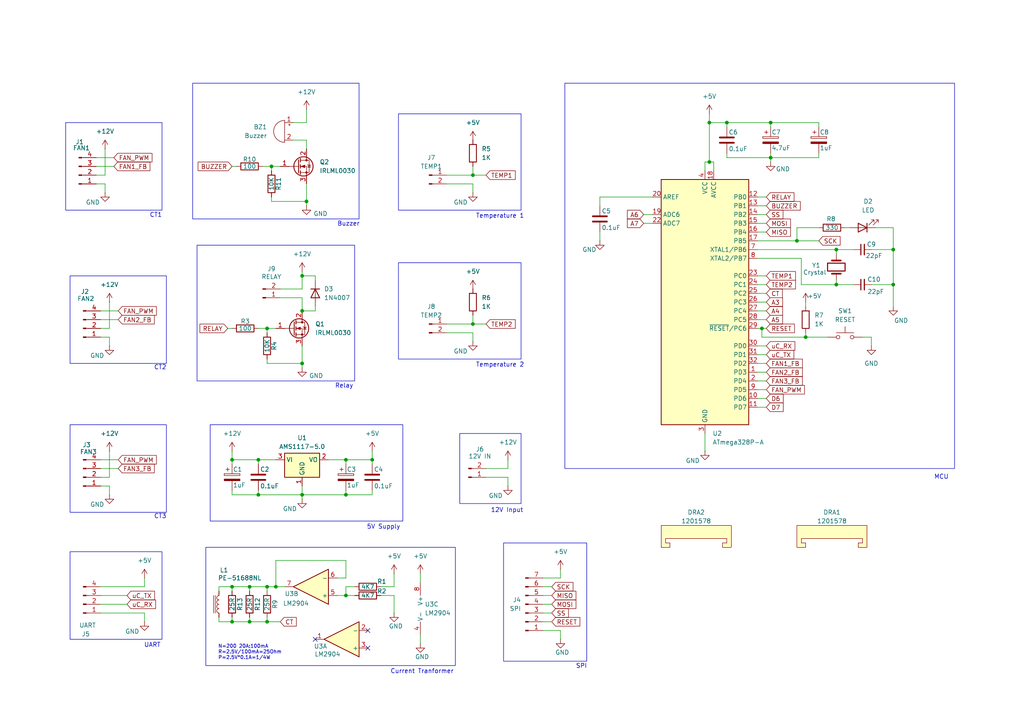
<source format=kicad_sch>
(kicad_sch (version 20231120) (generator "eeschema") (generator_version "8.0")
  (paper "A4")
  (junction (at 100.33 133.35))
  (junction (at 210.82 35.56))
  (junction (at 137.16 50.8))
  (junction (at 259.08 72.39))
  (junction (at 233.68 97.79))
  (junction (at 223.52 35.56))
  (junction (at 78.74 48.26))
  (junction (at 87.63 80.01))
  (junction (at 242.57 82.55))
  (junction (at 74.93 143.51))
  (junction (at 77.47 95.25))
  (junction (at 87.63 105.41))
  (junction (at 67.31 133.35))
  (junction (at 205.74 46.99))
  (junction (at 77.47 180.34))
  (junction (at 72.39 180.34))
  (junction (at 67.31 180.34))
  (junction (at 74.93 133.35))
  (junction (at 72.39 170.18))
  (junction (at 242.57 72.39))
  (junction (at 137.16 93.98))
  (junction (at 205.74 35.56))
  (junction (at 107.95 133.35))
  (junction (at 87.63 90.17))
  (junction (at 220.98 95.25))
  (junction (at 88.9 58.42))
  (junction (at 100.33 143.51))
  (junction (at 100.33 172.72))
  (junction (at 80.01 170.18))
  (junction (at 231.14 69.85))
  (junction (at 87.63 143.51))
  (junction (at 67.31 170.18))
  (junction (at 259.08 82.55))
  (junction (at 77.47 170.18))
  (junction (at 223.52 45.72))
  (no_connect (at 91.44 185.42))
  (no_connect (at 106.68 182.88))
  (no_connect (at 106.68 187.96))
  (wire (pts (xy 231.14 69.85) (xy 219.71 69.85)))
  (wire (pts (xy 85.09 35.56) (xy 88.9 35.56)))
  (wire (pts (xy 81.28 83.82) (xy 87.63 83.82)))
  (wire (pts (xy 29.21 177.8) (xy 41.91 177.8)))
  (wire (pts (xy 210.82 35.56) (xy 210.82 36.83)))
  (wire (pts (xy 88.9 58.42) (xy 88.9 59.69)))
  (wire (pts (xy 67.31 142.24) (xy 67.31 143.51)))
  (wire (pts (xy 72.39 170.18) (xy 72.39 171.45)))
  (wire (pts (xy 237.49 44.45) (xy 237.49 45.72)))
  (wire (pts (xy 78.74 58.42) (xy 88.9 58.42)))
  (wire (pts (xy 29.21 133.35) (xy 34.29 133.35)))
  (wire (pts (xy 29.21 170.18) (xy 41.91 170.18)))
  (wire (pts (xy 223.52 36.83) (xy 223.52 35.56)))
  (wire (pts (xy 74.93 133.35) (xy 74.93 134.62)))
  (wire (pts (xy 87.63 80.01) (xy 87.63 78.74)))
  (wire (pts (xy 72.39 179.07) (xy 72.39 180.34)))
  (wire (pts (xy 88.9 40.64) (xy 88.9 43.18)))
  (wire (pts (xy 147.32 135.89) (xy 147.32 133.35)))
  (wire (pts (xy 219.71 113.03) (xy 222.25 113.03)))
  (wire (pts (xy 121.92 184.15) (xy 121.92 186.69)))
  (wire (pts (xy 252.73 72.39) (xy 259.08 72.39)))
  (wire (pts (xy 219.71 115.57) (xy 222.25 115.57)))
  (wire (pts (xy 30.48 50.8) (xy 27.94 50.8)))
  (wire (pts (xy 77.47 170.18) (xy 80.01 170.18)))
  (wire (pts (xy 88.9 53.34) (xy 88.9 58.42)))
  (wire (pts (xy 110.49 170.18) (xy 114.3 170.18)))
  (wire (pts (xy 129.54 53.34) (xy 137.16 53.34)))
  (wire (pts (xy 242.57 82.55) (xy 242.57 81.28)))
  (wire (pts (xy 173.99 59.69) (xy 173.99 57.15)))
  (wire (pts (xy 31.75 95.25) (xy 29.21 95.25)))
  (wire (pts (xy 223.52 35.56) (xy 210.82 35.56)))
  (wire (pts (xy 78.74 48.26) (xy 78.74 49.53)))
  (wire (pts (xy 205.74 35.56) (xy 205.74 46.99)))
  (wire (pts (xy 137.16 96.52) (xy 137.16 99.06)))
  (wire (pts (xy 29.21 140.97) (xy 31.75 140.97)))
  (wire (pts (xy 97.79 172.72) (xy 100.33 172.72)))
  (wire (pts (xy 219.71 90.17) (xy 222.25 90.17)))
  (wire (pts (xy 259.08 72.39) (xy 259.08 82.55)))
  (wire (pts (xy 129.54 93.98) (xy 137.16 93.98)))
  (wire (pts (xy 259.08 66.04) (xy 259.08 72.39)))
  (wire (pts (xy 30.48 43.18) (xy 30.48 50.8)))
  (wire (pts (xy 77.47 95.25) (xy 80.01 95.25)))
  (wire (pts (xy 63.5 170.18) (xy 67.31 170.18)))
  (wire (pts (xy 67.31 170.18) (xy 67.31 171.45)))
  (wire (pts (xy 78.74 57.15) (xy 78.74 58.42)))
  (wire (pts (xy 67.31 180.34) (xy 72.39 180.34)))
  (wire (pts (xy 237.49 36.83) (xy 237.49 35.56)))
  (wire (pts (xy 219.71 62.23) (xy 222.25 62.23)))
  (wire (pts (xy 29.21 90.17) (xy 34.29 90.17)))
  (wire (pts (xy 29.21 175.26) (xy 36.83 175.26)))
  (wire (pts (xy 173.99 57.15) (xy 189.23 57.15)))
  (wire (pts (xy 242.57 72.39) (xy 242.57 73.66)))
  (wire (pts (xy 100.33 172.72) (xy 102.87 172.72)))
  (wire (pts (xy 219.71 67.31) (xy 222.25 67.31)))
  (wire (pts (xy 91.44 80.01) (xy 87.63 80.01)))
  (wire (pts (xy 129.54 50.8) (xy 137.16 50.8)))
  (wire (pts (xy 31.75 97.79) (xy 31.75 100.33)))
  (wire (pts (xy 87.63 100.33) (xy 87.63 105.41)))
  (wire (pts (xy 205.74 33.02) (xy 205.74 35.56)))
  (wire (pts (xy 63.5 180.34) (xy 67.31 180.34)))
  (wire (pts (xy 114.3 170.18) (xy 114.3 166.37)))
  (wire (pts (xy 233.68 97.79) (xy 240.03 97.79)))
  (wire (pts (xy 74.93 133.35) (xy 67.31 133.35)))
  (wire (pts (xy 114.3 172.72) (xy 114.3 177.8)))
  (wire (pts (xy 254 66.04) (xy 259.08 66.04)))
  (wire (pts (xy 137.16 53.34) (xy 137.16 55.88)))
  (wire (pts (xy 88.9 31.75) (xy 88.9 35.56)))
  (wire (pts (xy 27.94 45.72) (xy 33.02 45.72)))
  (wire (pts (xy 140.97 135.89) (xy 147.32 135.89)))
  (wire (pts (xy 219.71 87.63) (xy 222.25 87.63)))
  (wire (pts (xy 204.47 46.99) (xy 205.74 46.99)))
  (wire (pts (xy 100.33 133.35) (xy 100.33 134.62)))
  (wire (pts (xy 210.82 45.72) (xy 223.52 45.72)))
  (wire (pts (xy 220.98 97.79) (xy 220.98 95.25)))
  (wire (pts (xy 219.71 74.93) (xy 232.41 74.93)))
  (wire (pts (xy 157.48 177.8) (xy 160.02 177.8)))
  (wire (pts (xy 233.68 87.63) (xy 233.68 88.9)))
  (wire (pts (xy 232.41 82.55) (xy 242.57 82.55)))
  (wire (pts (xy 219.71 59.69) (xy 222.25 59.69)))
  (wire (pts (xy 147.32 138.43) (xy 147.32 140.97)))
  (wire (pts (xy 72.39 180.34) (xy 77.47 180.34)))
  (wire (pts (xy 31.75 138.43) (xy 29.21 138.43)))
  (wire (pts (xy 231.14 69.85) (xy 237.49 69.85)))
  (wire (pts (xy 233.68 97.79) (xy 220.98 97.79)))
  (wire (pts (xy 205.74 35.56) (xy 210.82 35.56)))
  (wire (pts (xy 100.33 167.64) (xy 100.33 162.56)))
  (wire (pts (xy 29.21 92.71) (xy 34.29 92.71)))
  (wire (pts (xy 77.47 95.25) (xy 77.47 96.52)))
  (wire (pts (xy 219.71 102.87) (xy 222.25 102.87)))
  (wire (pts (xy 157.48 167.64) (xy 162.56 167.64)))
  (wire (pts (xy 223.52 45.72) (xy 237.49 45.72)))
  (wire (pts (xy 219.71 118.11) (xy 222.25 118.11)))
  (wire (pts (xy 100.33 162.56) (xy 80.01 162.56)))
  (wire (pts (xy 80.01 170.18) (xy 82.55 170.18)))
  (wire (pts (xy 157.48 172.72) (xy 160.02 172.72)))
  (wire (pts (xy 78.74 48.26) (xy 81.28 48.26)))
  (wire (pts (xy 223.52 44.45) (xy 223.52 45.72)))
  (wire (pts (xy 162.56 167.64) (xy 162.56 165.1)))
  (wire (pts (xy 29.21 172.72) (xy 36.83 172.72)))
  (wire (pts (xy 87.63 140.97) (xy 87.63 143.51)))
  (wire (pts (xy 77.47 180.34) (xy 81.28 180.34)))
  (wire (pts (xy 219.71 85.09) (xy 222.25 85.09)))
  (wire (pts (xy 80.01 162.56) (xy 80.01 170.18)))
  (wire (pts (xy 219.71 82.55) (xy 222.25 82.55)))
  (wire (pts (xy 97.79 167.64) (xy 100.33 167.64)))
  (wire (pts (xy 67.31 133.35) (xy 67.31 134.62)))
  (wire (pts (xy 157.48 175.26) (xy 160.02 175.26)))
  (wire (pts (xy 204.47 125.73) (xy 204.47 130.81)))
  (wire (pts (xy 63.5 170.18) (xy 63.5 171.45)))
  (wire (pts (xy 67.31 179.07) (xy 67.31 180.34)))
  (wire (pts (xy 140.97 138.43) (xy 147.32 138.43)))
  (wire (pts (xy 157.48 170.18) (xy 160.02 170.18)))
  (wire (pts (xy 252.73 97.79) (xy 252.73 100.33)))
  (wire (pts (xy 91.44 90.17) (xy 87.63 90.17)))
  (wire (pts (xy 87.63 83.82) (xy 87.63 80.01)))
  (wire (pts (xy 219.71 57.15) (xy 222.25 57.15)))
  (wire (pts (xy 81.28 86.36) (xy 87.63 86.36)))
  (wire (pts (xy 77.47 104.14) (xy 77.47 105.41)))
  (wire (pts (xy 74.93 143.51) (xy 87.63 143.51)))
  (wire (pts (xy 67.31 143.51) (xy 74.93 143.51)))
  (wire (pts (xy 210.82 44.45) (xy 210.82 45.72)))
  (wire (pts (xy 107.95 130.81) (xy 107.95 133.35)))
  (wire (pts (xy 137.16 93.98) (xy 137.16 91.44)))
  (wire (pts (xy 107.95 143.51) (xy 100.33 143.51)))
  (wire (pts (xy 87.63 105.41) (xy 87.63 106.68)))
  (wire (pts (xy 77.47 179.07) (xy 77.47 180.34)))
  (wire (pts (xy 76.2 48.26) (xy 78.74 48.26)))
  (wire (pts (xy 252.73 82.55) (xy 259.08 82.55)))
  (wire (pts (xy 41.91 177.8) (xy 41.91 180.34)))
  (wire (pts (xy 74.93 95.25) (xy 77.47 95.25)))
  (wire (pts (xy 219.71 72.39) (xy 242.57 72.39)))
  (wire (pts (xy 31.75 130.81) (xy 31.75 138.43)))
  (wire (pts (xy 157.48 180.34) (xy 160.02 180.34)))
  (wire (pts (xy 137.16 93.98) (xy 140.97 93.98)))
  (wire (pts (xy 219.71 64.77) (xy 222.25 64.77)))
  (wire (pts (xy 29.21 135.89) (xy 34.29 135.89)))
  (wire (pts (xy 63.5 179.07) (xy 63.5 180.34)))
  (wire (pts (xy 110.49 172.72) (xy 114.3 172.72)))
  (wire (pts (xy 72.39 170.18) (xy 77.47 170.18)))
  (wire (pts (xy 30.48 53.34) (xy 30.48 55.88)))
  (wire (pts (xy 137.16 50.8) (xy 137.16 48.26)))
  (wire (pts (xy 107.95 133.35) (xy 107.95 134.62)))
  (wire (pts (xy 162.56 182.88) (xy 162.56 185.42)))
  (wire (pts (xy 219.71 92.71) (xy 222.25 92.71)))
  (wire (pts (xy 27.94 48.26) (xy 33.02 48.26)))
  (wire (pts (xy 29.21 97.79) (xy 31.75 97.79)))
  (wire (pts (xy 31.75 87.63) (xy 31.75 95.25)))
  (wire (pts (xy 205.74 46.99) (xy 207.01 46.99)))
  (wire (pts (xy 41.91 167.64) (xy 41.91 170.18)))
  (wire (pts (xy 100.33 142.24) (xy 100.33 143.51)))
  (wire (pts (xy 66.04 95.25) (xy 67.31 95.25)))
  (wire (pts (xy 129.54 96.52) (xy 137.16 96.52)))
  (wire (pts (xy 87.63 86.36) (xy 87.63 90.17)))
  (wire (pts (xy 231.14 66.04) (xy 237.49 66.04)))
  (wire (pts (xy 219.71 105.41) (xy 222.25 105.41)))
  (wire (pts (xy 100.33 170.18) (xy 100.33 172.72)))
  (wire (pts (xy 67.31 133.35) (xy 67.31 130.81)))
  (wire (pts (xy 204.47 49.53) (xy 204.47 46.99)))
  (wire (pts (xy 80.01 133.35) (xy 74.93 133.35)))
  (wire (pts (xy 67.31 48.26) (xy 68.58 48.26)))
  (wire (pts (xy 95.25 133.35) (xy 100.33 133.35)))
  (wire (pts (xy 27.94 53.34) (xy 30.48 53.34)))
  (wire (pts (xy 223.52 45.72) (xy 223.52 46.99)))
  (wire (pts (xy 231.14 66.04) (xy 231.14 69.85)))
  (wire (pts (xy 102.87 170.18) (xy 100.33 170.18)))
  (wire (pts (xy 219.71 100.33) (xy 222.25 100.33)))
  (wire (pts (xy 186.69 64.77) (xy 189.23 64.77)))
  (wire (pts (xy 67.31 170.18) (xy 72.39 170.18)))
  (wire (pts (xy 186.69 62.23) (xy 189.23 62.23)))
  (wire (pts (xy 219.71 95.25) (xy 220.98 95.25)))
  (wire (pts (xy 157.48 182.88) (xy 162.56 182.88)))
  (wire (pts (xy 220.98 95.25) (xy 222.25 95.25)))
  (wire (pts (xy 91.44 81.28) (xy 91.44 80.01)))
  (wire (pts (xy 121.92 166.37) (xy 121.92 168.91)))
  (wire (pts (xy 100.33 143.51) (xy 87.63 143.51)))
  (wire (pts (xy 245.11 66.04) (xy 246.38 66.04)))
  (wire (pts (xy 31.75 140.97) (xy 31.75 143.51)))
  (wire (pts (xy 219.71 80.01) (xy 222.25 80.01)))
  (wire (pts (xy 137.16 50.8) (xy 140.97 50.8)))
  (wire (pts (xy 242.57 82.55) (xy 247.65 82.55)))
  (wire (pts (xy 87.63 143.51) (xy 87.63 144.78)))
  (wire (pts (xy 242.57 72.39) (xy 247.65 72.39)))
  (wire (pts (xy 232.41 74.93) (xy 232.41 82.55)))
  (wire (pts (xy 91.44 88.9) (xy 91.44 90.17)))
  (wire (pts (xy 233.68 96.52) (xy 233.68 97.79)))
  (wire (pts (xy 259.08 82.55) (xy 259.08 88.9)))
  (wire (pts (xy 207.01 46.99) (xy 207.01 49.53)))
  (wire (pts (xy 250.19 97.79) (xy 252.73 97.79)))
  (wire (pts (xy 219.71 107.95) (xy 222.25 107.95)))
  (wire (pts (xy 74.93 142.24) (xy 74.93 143.51)))
  (wire (pts (xy 237.49 35.56) (xy 223.52 35.56)))
  (wire (pts (xy 219.71 110.49) (xy 222.25 110.49)))
  (wire (pts (xy 107.95 142.24) (xy 107.95 143.51)))
  (wire (pts (xy 77.47 105.41) (xy 87.63 105.41)))
  (wire (pts (xy 100.33 133.35) (xy 107.95 133.35)))
  (wire (pts (xy 77.47 170.18) (xy 77.47 171.45)))
  (wire (pts (xy 85.09 40.64) (xy 88.9 40.64)))
  (wire (pts (xy 173.99 67.31) (xy 173.99 69.85)))
  (rectangle (start 60.96 123.19) (end 116.84 151.13))
  (rectangle (start 133.35 125.73) (end 151.13 146.05))
  (rectangle (start 146.05 157.48) (end 170.18 191.77))
  (rectangle (start 20.32 160.02) (end 46.99 185.42))
  (rectangle (start 19.05 35.56) (end 46.99 60.96))
  (rectangle (start 55.88 24.13) (end 104.14 63.5))
  (rectangle (start 20.32 123.19) (end 48.26 148.59))
  (rectangle (start 59.69 158.75) (end 132.08 193.04))
  (rectangle (start 57.15 71.12) (end 102.87 110.49))
  (rectangle (start 20.32 80.01) (end 48.26 105.41))
  (rectangle (start 115.57 33.02) (end 151.13 60.96))
  (rectangle (start 115.57 76.2) (end 151.13 104.14))
  (rectangle (start 163.83 24.13) (end 276.86 135.89))
  (text "CT2" (at 46.482 106.68 0) (effects (font (size 1.27 1.27))))
  (text "Current Tranformer" (at 122.428 194.818 0) (effects (font (size 1.27 1.27))))
  (text "Temperature 1" (at 145.034 62.738 0) (effects (font (size 1.27 1.27))))
  (text "12V Input" (at 147.066 148.082 0) (effects (font (size 1.27 1.27))))
  (text "CT3" (at 46.482 149.86 0) (effects (font (size 1.27 1.27))))
  (text "Buzzer" (at 101.092 65.024 0) (effects (font (size 1.27 1.27))))
  (text "UART" (at 44.196 187.198 0) (effects (font (size 1.27 1.27))))
  (text "CT1" (at 45.212 62.484 0) (effects (font (size 1.27 1.27))))
  (text "Relay" (at 99.822 112.014 0) (effects (font (size 1.27 1.27))))
  (text "N=200 20A:100mA\nR=2.5V/100mA=25Ohm\nP=2.5V*0.1A=1/4W" (at 63.246 189.23 0) (effects (font (size 1.016 1.016)) (justify left)))
  (text "Temperature 2" (at 145.034 105.918 0) (effects (font (size 1.27 1.27))))
  (text "5V Supply" (at 111.252 152.908 0) (effects (font (size 1.27 1.27))))
  (text "SPI" (at 168.656 193.294 0) (effects (font (size 1.27 1.27))))
  (text "MCU" (at 273.05 138.43 0) (effects (font (size 1.27 1.27))))
  (global_label "MOSI" (shape input) (at 222.25 64.77 0) (property "Intersheetrefs" "${INTERSHEET_REFS}" (effects (hide yes))))
  (global_label "CT" (shape input) (at 81.28 180.34 0) (property "Intersheetrefs" "${INTERSHEET_REFS}" (effects (hide yes))))
  (global_label "A5" (shape input) (at 222.25 92.71 0) (property "Intersheetrefs" "${INTERSHEET_REFS}" (effects (hide yes))))
  (global_label "BUZZER" (shape input) (at 67.31 48.26 180) (property "Intersheetrefs" "${INTERSHEET_REFS}" (effects (hide yes))))
  (global_label "CT" (shape input) (at 222.25 85.09 0) (property "Intersheetrefs" "${INTERSHEET_REFS}" (effects (hide yes))))
  (global_label "SCK" (shape input) (at 160.02 170.18 0) (property "Intersheetrefs" "${INTERSHEET_REFS}" (effects (hide yes))))
  (global_label "A4" (shape input) (at 222.25 90.17 0) (property "Intersheetrefs" "${INTERSHEET_REFS}" (effects (hide yes))))
  (global_label "FAN_PWM" (shape input) (at 34.29 90.17 0) (property "Intersheetrefs" "${INTERSHEET_REFS}" (effects (hide yes))))
  (global_label "uC_TX" (shape input) (at 222.25 102.87 0) (property "Intersheetrefs" "${INTERSHEET_REFS}" (effects (hide yes))))
  (global_label "D7" (shape input) (at 222.25 118.11 0) (property "Intersheetrefs" "${INTERSHEET_REFS}" (effects (hide yes))))
  (global_label "MISO" (shape input) (at 222.25 67.31 0) (property "Intersheetrefs" "${INTERSHEET_REFS}" (effects (hide yes))))
  (global_label "SS" (shape input) (at 160.02 177.8 0) (property "Intersheetrefs" "${INTERSHEET_REFS}" (effects (hide yes))))
  (global_label "RELAY" (shape input) (at 222.25 57.15 0) (property "Intersheetrefs" "${INTERSHEET_REFS}" (effects (hide yes))))
  (global_label "BUZZER" (shape input) (at 222.25 59.69 0) (property "Intersheetrefs" "${INTERSHEET_REFS}" (effects (hide yes))))
  (global_label "FAN3_FB" (shape input) (at 34.29 135.89 0) (property "Intersheetrefs" "${INTERSHEET_REFS}" (effects (hide yes))))
  (global_label "RELAY" (shape input) (at 66.04 95.25 180) (property "Intersheetrefs" "${INTERSHEET_REFS}" (effects (hide yes))))
  (global_label "FAN2_FB" (shape input) (at 222.25 107.95 0) (property "Intersheetrefs" "${INTERSHEET_REFS}" (effects (hide yes))))
  (global_label "FAN_PWM" (shape input) (at 222.25 113.03 0) (property "Intersheetrefs" "${INTERSHEET_REFS}" (effects (hide yes))))
  (global_label "RESET" (shape input) (at 222.25 95.25 0) (property "Intersheetrefs" "${INTERSHEET_REFS}" (effects (hide yes))))
  (global_label "FAN1_FB" (shape input) (at 33.02 48.26 0) (property "Intersheetrefs" "${INTERSHEET_REFS}" (effects (hide yes))))
  (global_label "TEMP1" (shape input) (at 222.25 80.01 0) (property "Intersheetrefs" "${INTERSHEET_REFS}" (effects (hide yes))))
  (global_label "FAN2_FB" (shape input) (at 34.29 92.71 0) (property "Intersheetrefs" "${INTERSHEET_REFS}" (effects (hide yes))))
  (global_label "A3" (shape input) (at 222.25 87.63 0) (property "Intersheetrefs" "${INTERSHEET_REFS}" (effects (hide yes))))
  (global_label "TEMP2" (shape input) (at 222.25 82.55 0) (property "Intersheetrefs" "${INTERSHEET_REFS}" (effects (hide yes))))
  (global_label "TEMP1" (shape input) (at 140.97 50.8 0) (property "Intersheetrefs" "${INTERSHEET_REFS}" (effects (hide yes))))
  (global_label "FAN_PWM" (shape input) (at 34.29 133.35 0) (property "Intersheetrefs" "${INTERSHEET_REFS}" (effects (hide yes))))
  (global_label "SCK" (shape input) (at 237.49 69.85 0) (property "Intersheetrefs" "${INTERSHEET_REFS}" (effects (hide yes))))
  (global_label "A7" (shape input) (at 186.69 64.77 180) (property "Intersheetrefs" "${INTERSHEET_REFS}" (effects (hide yes))))
  (global_label "FAN3_FB" (shape input) (at 222.25 110.49 0) (property "Intersheetrefs" "${INTERSHEET_REFS}" (effects (hide yes))))
  (global_label "MISO" (shape input) (at 160.02 172.72 0) (property "Intersheetrefs" "${INTERSHEET_REFS}" (effects (hide yes))))
  (global_label "uC_RX" (shape input) (at 222.25 100.33 0) (property "Intersheetrefs" "${INTERSHEET_REFS}" (effects (hide yes))))
  (global_label "FAN_PWM" (shape input) (at 33.02 45.72 0) (property "Intersheetrefs" "${INTERSHEET_REFS}" (effects (hide yes))))
  (global_label "A6" (shape input) (at 186.69 62.23 180) (property "Intersheetrefs" "${INTERSHEET_REFS}" (effects (hide yes))))
  (global_label "SS" (shape input) (at 222.25 62.23 0) (property "Intersheetrefs" "${INTERSHEET_REFS}" (effects (hide yes))))
  (global_label "FAN1_FB" (shape input) (at 222.25 105.41 0) (property "Intersheetrefs" "${INTERSHEET_REFS}" (effects (hide yes))))
  (global_label "MOSI" (shape input) (at 160.02 175.26 0) (property "Intersheetrefs" "${INTERSHEET_REFS}" (effects (hide yes))))
  (global_label "TEMP2" (shape input) (at 140.97 93.98 0) (property "Intersheetrefs" "${INTERSHEET_REFS}" (effects (hide yes))))
  (global_label "D6" (shape input) (at 222.25 115.57 0) (property "Intersheetrefs" "${INTERSHEET_REFS}" (effects (hide yes))))
  (global_label "RESET" (shape input) (at 160.02 180.34 0) (property "Intersheetrefs" "${INTERSHEET_REFS}" (effects (hide yes))))
  (global_label "uC_RX" (shape input) (at 36.83 175.26 0) (property "Intersheetrefs" "${INTERSHEET_REFS}" (effects (hide yes))))
  (global_label "uC_TX" (shape input) (at 36.83 172.72 0) (property "Intersheetrefs" "${INTERSHEET_REFS}" (effects (hide yes))))
  (symbol (lib_id "power:GND") (at 252.73 100.33 0) (unit 1)
    (property "Reference" "#PWR027" (effects (hide yes)))
    (property "Value" "GND" (at 252.73 105.41 0))
    (property "Description" "Power symbol creates a global label with name \"GND\" , ground" (effects (hide yes)))
  )
  (symbol (lib_id "power:+5V") (at 137.16 40.64 0) (unit 1)
    (property "Reference" "#PWR016" (effects (hide yes)))
    (property "Value" "+5V" (at 137.16 35.56 0))
    (property "Description" "Power symbol creates a global label with name \"+5V\"" (effects (hide yes)))
  )
  (symbol (lib_id "power:+12V") (at 67.31 130.81 0) (unit 1)
    (property "Reference" "#PWR07" (effects (hide yes)))
    (property "Value" "+12V" (at 67.31 125.73 0))
    (property "Description" "Power symbol creates a global label with name \"+12V\"" (effects (hide yes)))
  )
  (symbol (lib_id "Mechanical:DIN_Rail_Adapter") (at 201.93 154.94 0) (unit 1) (exclude_from_sim yes)
    (property "Reference" "DRA2" (at 201.93 148.59 0))
    (property "Value" "1201578" (at 201.93 151.13 0))
    (property "Footprint" "MountingEquipment:DINRailAdapter_3xM3_PhoenixContact_1201578" (effects (hide yes)))
    (property "Description" "DIN Rail adapter universal, mounting holes without connection" (effects (hide yes)))
    (property "LCSC Part #" "C3019632" (effects (hide yes)))
    (property "Manufacturer" "Phoenix Contact" (effects (hide yes)))
    (property "Mfg PN" "1201578" (effects (hide yes)))
  )
  (symbol (lib_id "Device:C_Small") (at 250.19 82.55 90) (unit 1)
    (property "Reference" "C10" (at 253.492 81.026 90))
    (property "Value" "22pF" (at 254 84.582 90))
    (property "Footprint" "Capacitor_SMD:C_0603_1608Metric_Pad1.08x0.95mm_HandSolder" (effects (hide yes)))
    (property "Description" "Unpolarized capacitor, small symbol" (effects (hide yes)))
    (property "Manufacturer" "YAGEO" (effects (hide yes)))
    (property "Mfg PN" "CC0603JRNPO9BN220" (effects (hide yes)))
    (property "LCSC Part #" "C105620" (effects (hide yes)))
  )
  (symbol (lib_id "power:+12V") (at 88.9 31.75 0) (unit 1)
    (property "Reference" "#PWR032" (effects (hide yes)))
    (property "Value" "+12V" (at 88.9 26.67 0))
    (property "Description" "Power symbol creates a global label with name \"+12V\"" (effects (hide yes)))
  )
  (symbol (lib_id "Device:C_Polarized") (at 100.33 138.43 0) (unit 1)
    (property "Reference" "C3" (at 100.584 136.144 0) (effects (justify left)))
    (property "Value" "1uF" (at 100.584 140.716 0) (effects (justify left)))
    (property "Footprint" "Capacitor_SMD:C_0603_1608Metric_Pad1.08x0.95mm_HandSolder" (effects (hide yes)))
    (property "Description" "Polarized capacitor" (effects (hide yes)))
    (property "Manufacturer" "YAGEO" (effects (hide yes)))
    (property "Mfg PN" "CC0603KRX5R8BB105" (effects (hide yes)))
    (property "LCSC Part #" "C14664" (effects (hide yes)))
  )
  (symbol (lib_id "Device:C_Polarized") (at 237.49 40.64 0) (unit 1)
    (property "Reference" "C8" (at 237.744 38.354 0) (effects (justify left)))
    (property "Value" "1uF" (at 237.744 42.926 0) (effects (justify left)))
    (property "Footprint" "Capacitor_SMD:C_0603_1608Metric_Pad1.08x0.95mm_HandSolder" (effects (hide yes)))
    (property "Description" "Polarized capacitor" (effects (hide yes)))
    (property "Manufacturer" "YAGEO" (effects (hide yes)))
    (property "Mfg PN" "CC0603KRX5R8BB105" (effects (hide yes)))
    (property "LCSC Part #" "C14664" (effects (hide yes)))
  )
  (symbol (lib_id "power:+12V") (at 31.75 87.63 0) (unit 1)
    (property "Reference" "#PWR03" (effects (hide yes)))
    (property "Value" "+12V" (at 31.75 82.55 0))
    (property "Description" "Power symbol creates a global label with name \"+12V\"" (effects (hide yes)))
  )
  (symbol (lib_id "MCU_Microchip_ATmega:ATmega328P-A") (at 204.47 87.63 0) (unit 1)
    (property "Reference" "U2" (at 206.6641 125.73 0) (effects (justify left)))
    (property "Value" "ATmega328P-A" (at 206.6641 128.27 0) (effects (justify left)))
    (property "Footprint" "Package_QFP:TQFP-32_7x7mm_P0.8mm" (effects (hide yes)))
    (property "Datasheet" "http://ww1.microchip.com/downloads/en/DeviceDoc/ATmega328_P%20AVR%20MCU%20with%20picoPower%20Technology%20Data%20Sheet%2040001984A.pdf" (effects (hide yes)))
    (property "Description" "20MHz, 32kB Flash, 2kB SRAM, 1kB EEPROM, TQFP-32" (effects (hide yes)))
    (property "Manufacturer" " Microchip Tech" (effects (hide yes)))
    (property "Mfg PN" "ATmega328P-A" (effects (hide yes)))
    (property "LCSC Part #" "C14877" (effects (hide yes)))
  )
  (symbol (lib_id "Connector:Conn_01x02_Pin") (at 76.2 86.36 0) (mirror x) (unit 1)
    (property "Reference" "J9" (at 78.74 77.978 0))
    (property "Value" "RELAY" (at 78.74 80.264 0))
    (property "Footprint" "TerminalBlock_RND:TerminalBlock_RND_205-00232_1x02_P5.08mm_Horizontal" (effects (hide yes)))
    (property "Description" "Generic connector, single row, 01x02, script generated" (effects (hide yes)))
    (property "Manufacturer" " Ningbo Kangnex Elec" (effects (hide yes)))
    (property "Mfg PN" " WJ500V-5.08-2P" (effects (hide yes)))
    (property "LCSC Part #" " C8465" (effects (hide yes)))
  )
  (symbol (lib_id "Connector:Conn_01x04_Pin") (at 24.13 175.26 0) (mirror x) (unit 1)
    (property "Reference" "J5" (at 24.892 183.896 0))
    (property "Value" "UART" (at 25.4 181.356 0))
    (property "Footprint" "Connector_PinHeader_2.54mm:PinHeader_1x04_P2.54mm_Vertical" (effects (hide yes)))
    (property "Description" "Generic connector, single row, 01x04, script generated" (effects (hide yes)))
    (property "LCSC Part #" "DNP" (effects (hide yes)))
  )
  (symbol (lib_id "Connector:Conn_01x04_Pin") (at 24.13 95.25 0) (mirror x) (unit 1)
    (property "Reference" "J2" (at 24.638 84.582 0))
    (property "Value" "FAN2" (at 24.892 86.614 0))
    (property "Footprint" "Connector_Molex:Molex_KK-254_AE-6410-04A_1x04_P2.54mm_Vertical" (effects (hide yes)))
    (property "Description" "Generic connector, single row, 01x04, script generated" (effects (hide yes)))
    (property "Manufacturer" "chxunda " (effects (hide yes)))
    (property "Mfg PN" "XD-2510-4A" (effects (hide yes)))
    (property "LCSC Part #" "C17700994 " (effects (hide yes)))
  )
  (symbol (lib_id "power:GND") (at 204.47 130.81 0) (unit 1)
    (property "Reference" "#PWR023" (effects (hide yes)))
    (property "Value" "GND" (at 200.914 133.604 0))
    (property "Description" "Power symbol creates a global label with name \"GND\" , ground" (effects (hide yes)))
  )
  (symbol (lib_id "power:GND") (at 31.75 143.51 0) (unit 1)
    (property "Reference" "#PWR06" (effects (hide yes)))
    (property "Value" "GND" (at 28.194 146.304 0))
    (property "Description" "Power symbol creates a global label with name \"GND\" , ground" (effects (hide yes)))
  )
  (symbol (lib_id "power:+5V") (at 233.68 87.63 0) (unit 1)
    (property "Reference" "#PWR026" (effects (hide yes)))
    (property "Value" "+5V" (at 236.22 85.852 0))
    (property "Description" "Power symbol creates a global label with name \"+5V\"" (effects (hide yes)))
  )
  (symbol (lib_id "power:GND") (at 87.63 106.68 0) (unit 1)
    (property "Reference" "#PWR021" (effects (hide yes)))
    (property "Value" "GND" (at 91.694 108.966 0))
    (property "Description" "Power symbol creates a global label with name \"GND\" , ground" (effects (hide yes)))
  )
  (symbol (lib_id "Device:Buzzer") (at 82.55 38.1 0) (mirror y) (unit 1)
    (property "Reference" "BZ1" (at 77.47 36.8299 0) (effects (justify left)))
    (property "Value" "Buzzer" (at 77.47 39.3699 0) (effects (justify left)))
    (property "Footprint" "Buzzer_Beeper:Buzzer_12x9.5RM7.6" (effects (hide yes)))
    (property "Description" "Buzzer, polarized" (effects (hide yes)))
    (property "LCSC Part #" "DNP" (effects (hide yes)))
    (property "Manufacturer" "Jiangsu Huaneng Elec" (effects (hide yes)))
    (property "Mfg PN" "TMB12A12" (effects (hide yes)))
  )
  (symbol (lib_id "Device:L_Iron") (at 63.5 175.26 180) (unit 1)
    (property "Reference" "L1" (at 63.754 165.354 0) (effects (justify right)))
    (property "Value" "PE-51688NL" (at 63.246 167.64 0) (effects (justify right)))
    (property "Footprint" "CurrentTransformer:PE51688NL" (effects (hide yes)))
    (property "Description" "Inductor with iron core" (effects (hide yes)))
    (property "LCSC Part #" "C5718373" (effects (hide yes)))
    (property "Manufacturer" "Pulse Elec" (effects (hide yes)))
    (property "Mfg PN" "PE-51688NL " (effects (hide yes)))
  )
  (symbol (lib_id "Device:R") (at 67.31 175.26 180) (unit 1)
    (property "Reference" "R13" (at 69.596 175.26 90))
    (property "Value" "25R" (at 67.31 175.26 90))
    (property "Footprint" "Resistor_SMD:R_0603_1608Metric_Pad0.98x0.95mm_HandSolder" (effects (hide yes)))
    (property "Description" "Resistor" (effects (hide yes)))
    (property "Manufacturer" "YAGEO" (effects (hide yes)))
    (property "Mfg PN" "RC0603FR-074K7L" (effects (hide yes)))
    (property "LCSC Part #" "C99782" (effects (hide yes)))
  )
  (symbol (lib_id "power:+5V") (at 107.95 130.81 0) (unit 1)
    (property "Reference" "#PWR09" (effects (hide yes)))
    (property "Value" "+5V" (at 107.95 125.73 0))
    (property "Description" "Power symbol creates a global label with name \"+5V\"" (effects (hide yes)))
  )
  (symbol (lib_id "Device:R") (at 71.12 95.25 90) (unit 1)
    (property "Reference" "R3" (at 71.12 93.218 90))
    (property "Value" "100" (at 71.12 95.25 90))
    (property "Footprint" "Resistor_SMD:R_0603_1608Metric_Pad0.98x0.95mm_HandSolder" (effects (hide yes)))
    (property "Description" "Resistor" (effects (hide yes)))
    (property "Manufacturer" "YAGEO" (effects (hide yes)))
    (property "Mfg PN" "RC0603FR-07100RL" (effects (hide yes)))
    (property "LCSC Part #" "C105588" (effects (hide yes)))
  )
  (symbol (lib_id "Amplifier_Operational:LM2904") (at 124.46 176.53 0) (unit 3)
    (property "Reference" "U3" (at 123.19 175.2599 0) (effects (justify left)))
    (property "Value" "LM2904" (at 123.19 177.7999 0) (effects (justify left)))
    (property "Footprint" "Package_SO:SO-8_3.9x4.9mm_P1.27mm" (effects (hide yes)))
    (property "Datasheet" "http://www.ti.com/lit/ds/symlink/lm358.pdf" (effects (hide yes)))
    (property "Description" "Dual Operational Amplifiers, DIP-8/SOIC-8/TSSOP-8/VSSOP-8" (effects (hide yes)))
    (property "LCSC Part #" "C105411" (effects (hide yes)))
    (property "Manufacturer" "STMicroelectronics" (effects (hide yes)))
    (property "Mfg PN" "LM2904DT" (effects (hide yes)))
  )
  (symbol (lib_id "Device:R") (at 241.3 66.04 90) (unit 1)
    (property "Reference" "R8" (at 241.046 63.5 90))
    (property "Value" "330" (at 241.3 66.04 90))
    (property "Footprint" "Resistor_SMD:R_0603_1608Metric_Pad0.98x0.95mm_HandSolder" (effects (hide yes)))
    (property "Description" "Resistor" (effects (hide yes)))
    (property "Manufacturer" "YAGEO" (effects (hide yes)))
    (property "Mfg PN" "RC0603FR-07330RL" (effects (hide yes)))
    (property "LCSC Part #" "C105881" (effects (hide yes)))
  )
  (symbol (lib_id "Amplifier_Operational:LM2904") (at 90.17 170.18 180) (unit 2)
    (property "Reference" "U3" (at 84.582 172.212 0))
    (property "Value" "LM2904" (at 85.852 175.006 0))
    (property "Footprint" "Package_SO:SO-8_3.9x4.9mm_P1.27mm" (effects (hide yes)))
    (property "Datasheet" "http://www.ti.com/lit/ds/symlink/lm358.pdf" (effects (hide yes)))
    (property "Description" "Dual Operational Amplifiers, DIP-8/SOIC-8/TSSOP-8/VSSOP-8" (effects (hide yes)))
    (property "LCSC Part #" "C105411" (effects (hide yes)))
    (property "Manufacturer" "STMicroelectronics" (effects (hide yes)))
    (property "Mfg PN" "LM2904DT" (effects (hide yes)))
  )
  (symbol (lib_id "Device:LED") (at 250.19 66.04 180) (unit 1)
    (property "Reference" "D2" (at 251.7775 58.42 0))
    (property "Value" "LED" (at 251.7775 60.96 0))
    (property "Footprint" "LED_SMD:LED_0603_1608Metric_Pad1.05x0.95mm_HandSolder" (effects (hide yes)))
    (property "Description" "Light emitting diode" (effects (hide yes)))
    (property "Manufacturer" "Lite_On" (effects (hide yes)))
    (property "Mfg PN" "LTST-C190GKT" (effects (hide yes)))
    (property "LCSC Part #" "C125093" (effects (hide yes)))
  )
  (symbol (lib_id "power:+12V") (at 147.32 133.35 0) (unit 1)
    (property "Reference" "#PWR010" (effects (hide yes)))
    (property "Value" "+12V" (at 147.32 128.27 0))
    (property "Description" "Power symbol creates a global label with name \"+12V\"" (effects (hide yes)))
  )
  (symbol (lib_id "Device:C") (at 74.93 138.43 0) (unit 1)
    (property "Reference" "C2" (at 75.438 136.144 0) (effects (justify left)))
    (property "Value" "0.1uF" (at 75.438 140.97 0) (effects (justify left)))
    (property "Footprint" "Capacitor_SMD:C_0603_1608Metric_Pad1.08x0.95mm_HandSolder" (effects (hide yes)))
    (property "Description" "Unpolarized capacitor" (effects (hide yes)))
    (property "Manufacturer" "YAGEO" (effects (hide yes)))
    (property "Mfg PN" "CC0603KRX7R8BB104" (effects (hide yes)))
    (property "LCSC Part #" "C92490" (effects (hide yes)))
  )
  (symbol (lib_id "power:GND") (at 137.16 99.06 0) (unit 1)
    (property "Reference" "#PWR019" (effects (hide yes)))
    (property "Value" "GND" (at 133.604 101.854 0))
    (property "Description" "Power symbol creates a global label with name \"GND\" , ground" (effects (hide yes)))
  )
  (symbol (lib_id "power:GND") (at 137.16 55.88 0) (unit 1)
    (property "Reference" "#PWR017" (effects (hide yes)))
    (property "Value" "GND" (at 133.604 58.674 0))
    (property "Description" "Power symbol creates a global label with name \"GND\" , ground" (effects (hide yes)))
  )
  (symbol (lib_id "power:+12V") (at 30.48 43.18 0) (unit 1)
    (property "Reference" "#PWR01" (effects (hide yes)))
    (property "Value" "+12V" (at 30.48 38.1 0))
    (property "Description" "Power symbol creates a global label with name \"+12V\"" (effects (hide yes)))
  )
  (symbol (lib_id "Device:R") (at 106.68 170.18 90) (unit 1)
    (property "Reference" "R1" (at 110.744 168.656 90))
    (property "Value" "4K7" (at 106.68 170.18 90))
    (property "Footprint" "Resistor_SMD:R_0603_1608Metric_Pad0.98x0.95mm_HandSolder" (effects (hide yes)))
    (property "Description" "Resistor" (effects (hide yes)))
    (property "Manufacturer" "YAGEO" (effects (hide yes)))
    (property "Mfg PN" "RC0603FR-074K7L" (effects (hide yes)))
    (property "LCSC Part #" "C99782" (effects (hide yes)))
  )
  (symbol (lib_id "Connector:Conn_01x04_Pin") (at 24.13 138.43 0) (mirror x) (unit 1)
    (property "Reference" "J3" (at 25.146 129.032 0))
    (property "Value" "FAN3" (at 25.654 131.064 0))
    (property "Footprint" "Connector_Molex:Molex_KK-254_AE-6410-04A_1x04_P2.54mm_Vertical" (effects (hide yes)))
    (property "Description" "Generic connector, single row, 01x04, script generated" (effects (hide yes)))
    (property "Manufacturer" "chxunda " (effects (hide yes)))
    (property "Mfg PN" "XD-2510-4A" (effects (hide yes)))
    (property "LCSC Part #" "DNP" (effects (hide yes)))
  )
  (symbol (lib_id "power:GND") (at 114.3 177.8 0) (unit 1)
    (property "Reference" "#PWR015" (effects (hide yes)))
    (property "Value" "GND" (at 114.808 181.61 0))
    (property "Description" "Power symbol creates a global label with name \"GND\" , ground" (effects (hide yes)))
  )
  (symbol (lib_id "Device:R") (at 72.39 175.26 180) (unit 1)
    (property "Reference" "R12" (at 74.676 175.26 90))
    (property "Value" "25R" (at 72.39 175.26 90))
    (property "Footprint" "Resistor_SMD:R_0603_1608Metric_Pad0.98x0.95mm_HandSolder" (effects (hide yes)))
    (property "Description" "Resistor" (effects (hide yes)))
    (property "Manufacturer" "YAGEO" (effects (hide yes)))
    (property "Mfg PN" "RC0603FR-074K7L" (effects (hide yes)))
    (property "LCSC Part #" "C99782" (effects (hide yes)))
  )
  (symbol (lib_id "Device:R") (at 233.68 92.71 0) (unit 1)
    (property "Reference" "R7" (at 236.22 91.4399 0) (effects (justify left)))
    (property "Value" "1K" (at 236.22 93.9799 0) (effects (justify left)))
    (property "Footprint" "Resistor_SMD:R_0603_1608Metric_Pad0.98x0.95mm_HandSolder" (effects (hide yes)))
    (property "Description" "Resistor" (effects (hide yes)))
    (property "Manufacturer" "YAGEO" (effects (hide yes)))
    (property "Mfg PN" "RC0603FR-071KL" (effects (hide yes)))
    (property "LCSC Part #" "C22548" (effects (hide yes)))
  )
  (symbol (lib_id "Device:C_Polarized") (at 67.31 138.43 0) (unit 1)
    (property "Reference" "C1" (at 67.564 136.144 0) (effects (justify left)))
    (property "Value" "1uF" (at 67.564 140.716 0) (effects (justify left)))
    (property "Footprint" "Capacitor_SMD:C_0603_1608Metric_Pad1.08x0.95mm_HandSolder" (effects (hide yes)))
    (property "Description" "Polarized capacitor" (effects (hide yes)))
    (property "Manufacturer" "YAGEO" (effects (hide yes)))
    (property "Mfg PN" "CC0603KRX5R8BB105" (effects (hide yes)))
    (property "LCSC Part #" "C14664" (effects (hide yes)))
  )
  (symbol (lib_id "power:GND") (at 162.56 185.42 0) (unit 1)
    (property "Reference" "#PWR034" (effects (hide yes)))
    (property "Value" "GND" (at 163.068 189.23 0))
    (property "Description" "Power symbol creates a global label with name \"GND\" , ground" (effects (hide yes)))
  )
  (symbol (lib_id "Device:D") (at 91.44 85.09 270) (unit 1)
    (property "Reference" "D3" (at 93.98 83.8199 90) (effects (justify left)))
    (property "Value" "1N4007" (at 93.98 86.3599 90) (effects (justify left)))
    (property "Footprint" "Diode_SMD:D_SOD-123F" (effects (hide yes)))
    (property "Description" "Diode" (effects (hide yes)))
    (property "Sim.Device" "D" (effects (hide yes)))
    (property "Sim.Pins" "1=K 2=A" (effects (hide yes)))
    (property "Manufacturer" "MSKSEMI" (effects (hide yes)))
    (property "Mfg PN" "1N4007 A7" (effects (hide yes)))
    (property "LCSC Part #" "C2902912" (effects (hide yes)))
  )
  (symbol (lib_id "power:GND") (at 88.9 59.69 0) (unit 1)
    (property "Reference" "#PWR033" (effects (hide yes)))
    (property "Value" "GND" (at 92.964 61.976 0))
    (property "Description" "Power symbol creates a global label with name \"GND\" , ground" (effects (hide yes)))
  )
  (symbol (lib_id "Device:R") (at 106.68 172.72 90) (unit 1)
    (property "Reference" "R2" (at 110.744 171.45 90))
    (property "Value" "4K7" (at 106.68 172.72 90))
    (property "Footprint" "Resistor_SMD:R_0603_1608Metric_Pad0.98x0.95mm_HandSolder" (effects (hide yes)))
    (property "Description" "Resistor" (effects (hide yes)))
    (property "Manufacturer" "YAGEO" (effects (hide yes)))
    (property "Mfg PN" "RC0603FR-074K7L" (effects (hide yes)))
    (property "LCSC Part #" "C99782" (effects (hide yes)))
  )
  (symbol (lib_id "Device:C") (at 173.99 63.5 0) (unit 1)
    (property "Reference" "C5" (at 174.498 61.214 0) (effects (justify left)))
    (property "Value" "0.1uF" (at 174.498 66.04 0) (effects (justify left)))
    (property "Footprint" "Capacitor_SMD:C_0603_1608Metric_Pad1.08x0.95mm_HandSolder" (effects (hide yes)))
    (property "Description" "Unpolarized capacitor" (effects (hide yes)))
    (property "Manufacturer" "YAGEO" (effects (hide yes)))
    (property "Mfg PN" "CC0603KRX7R8BB104" (effects (hide yes)))
    (property "LCSC Part #" "C92490" (effects (hide yes)))
  )
  (symbol (lib_id "Device:R") (at 137.16 44.45 0) (unit 1)
    (property "Reference" "R5" (at 139.7 43.1799 0) (effects (justify left)))
    (property "Value" "1K" (at 139.7 45.7199 0) (effects (justify left)))
    (property "Footprint" "Resistor_SMD:R_0603_1608Metric_Pad0.98x0.95mm_HandSolder" (effects (hide yes)))
    (property "Description" "Resistor" (effects (hide yes)))
    (property "Manufacturer" "YAGEO" (effects (hide yes)))
    (property "Mfg PN" "RC0603FR-071KL" (effects (hide yes)))
    (property "LCSC Part #" "C22548" (effects (hide yes)))
  )
  (symbol (lib_id "power:+5V") (at 205.74 33.02 0) (unit 1)
    (property "Reference" "#PWR024" (effects (hide yes)))
    (property "Value" "+5V" (at 205.74 27.94 0))
    (property "Description" "Power symbol creates a global label with name \"+5V\"" (effects (hide yes)))
  )
  (symbol (lib_id "power:+12V") (at 31.75 130.81 0) (unit 1)
    (property "Reference" "#PWR05" (effects (hide yes)))
    (property "Value" "+12V" (at 31.75 125.73 0))
    (property "Description" "Power symbol creates a global label with name \"+12V\"" (effects (hide yes)))
  )
  (symbol (lib_id "Connector:Conn_01x07_Pin") (at 152.4 175.26 0) (mirror x) (unit 1)
    (property "Reference" "J4" (at 151.13 173.9899 0) (effects (justify right)))
    (property "Value" "SPI" (at 151.13 176.5299 0) (effects (justify right)))
    (property "Footprint" "Connector_PinHeader_2.54mm:PinHeader_1x07_P2.54mm_Vertical" (effects (hide yes)))
    (property "Description" "Generic connector, single row, 01x07, script generated" (effects (hide yes)))
    (property "LCSC Part #" "DNP" (effects (hide yes)))
  )
  (symbol (lib_id "Transistor_FET:IRF540N") (at 85.09 95.25 0) (unit 1)
    (property "Reference" "Q1" (at 91.44 93.9799 0) (effects (justify left)))
    (property "Value" "IRLML0030" (at 91.44 96.5199 0) (effects (justify left)))
    (property "Footprint" "Package_TO_SOT_SMD:SOT-23" (effects (hide yes)))
    (property "Manufacturer" "Infineon Technologies" (effects (hide yes)))
    (property "Mfg PN" "IRLML0030TRPBF " (effects (hide yes)))
    (property "LCSC Part #" "C67272" (effects (hide yes)))
  )
  (symbol (lib_id "power:GND") (at 121.92 186.69 0) (unit 1)
    (property "Reference" "#PWR031" (effects (hide yes)))
    (property "Value" "GND" (at 122.428 190.5 0))
    (property "Description" "Power symbol creates a global label with name \"GND\" , ground" (effects (hide yes)))
  )
  (symbol (lib_id "Device:R") (at 77.47 100.33 0) (unit 1)
    (property "Reference" "R4" (at 79.502 100.33 90))
    (property "Value" "10K" (at 77.47 100.33 90))
    (property "Footprint" "Resistor_SMD:R_0603_1608Metric_Pad0.98x0.95mm_HandSolder" (effects (hide yes)))
    (property "Description" "Resistor" (effects (hide yes)))
    (property "Manufacturer" "YAGEO" (effects (hide yes)))
    (property "Mfg PN" "RC0603FR-0710KL" (effects (hide yes)))
    (property "LCSC Part #" "C98220" (effects (hide yes)))
  )
  (symbol (lib_id "power:GND") (at 147.32 140.97 0) (unit 1)
    (property "Reference" "#PWR011" (effects (hide yes)))
    (property "Value" "GND" (at 143.764 143.764 0))
    (property "Description" "Power symbol creates a global label with name \"GND\" , ground" (effects (hide yes)))
  )
  (symbol (lib_id "Connector:Conn_01x04_Pin") (at 22.86 50.8 0) (mirror x) (unit 1)
    (property "Reference" "J1" (at 23.114 41.148 0))
    (property "Value" "FAN1" (at 23.622 42.926 0))
    (property "Footprint" "Connector_Molex:Molex_KK-254_AE-6410-04A_1x04_P2.54mm_Vertical" (effects (hide yes)))
    (property "Description" "Generic connector, single row, 01x04, script generated" (effects (hide yes)))
    (property "Manufacturer" "chxunda " (effects (hide yes)))
    (property "Mfg PN" "XD-2510-4A" (effects (hide yes)))
    (property "LCSC Part #" "C17700994 " (effects (hide yes)))
  )
  (symbol (lib_id "Device:C") (at 210.82 40.64 0) (unit 1)
    (property "Reference" "C6" (at 211.328 38.354 0) (effects (justify left)))
    (property "Value" "0.1uF" (at 211.328 43.18 0) (effects (justify left)))
    (property "Footprint" "Capacitor_SMD:C_0603_1608Metric_Pad1.08x0.95mm_HandSolder" (effects (hide yes)))
    (property "Description" "Unpolarized capacitor" (effects (hide yes)))
    (property "Manufacturer" "YAGEO" (effects (hide yes)))
    (property "Mfg PN" "CC0603KRX7R8BB104" (effects (hide yes)))
    (property "LCSC Part #" "C92490" (effects (hide yes)))
  )
  (symbol (lib_id "Device:C") (at 107.95 138.43 0) (unit 1)
    (property "Reference" "C4" (at 108.458 136.144 0) (effects (justify left)))
    (property "Value" "0.1uF" (at 108.458 140.97 0) (effects (justify left)))
    (property "Footprint" "Capacitor_SMD:C_0603_1608Metric_Pad1.08x0.95mm_HandSolder" (effects (hide yes)))
    (property "Description" "Unpolarized capacitor" (effects (hide yes)))
    (property "Manufacturer" "YAGEO" (effects (hide yes)))
    (property "Mfg PN" "CC0603KRX7R8BB104" (effects (hide yes)))
    (property "LCSC Part #" "C92490" (effects (hide yes)))
  )
  (symbol (lib_id "Transistor_FET:IRF540N") (at 86.36 48.26 0) (unit 1)
    (property "Reference" "Q2" (at 92.71 46.9899 0) (effects (justify left)))
    (property "Value" "IRLML0030" (at 92.71 49.5299 0) (effects (justify left)))
    (property "Footprint" "Package_TO_SOT_SMD:SOT-23" (effects (hide yes)))
    (property "Manufacturer" "Infineon Technologies" (effects (hide yes)))
    (property "Mfg PN" "IRLML0030TRPBF " (effects (hide yes)))
    (property "LCSC Part #" "C67272" (effects (hide yes)))
  )
  (symbol (lib_id "power:+12V") (at 87.63 78.74 0) (unit 1)
    (property "Reference" "#PWR020" (effects (hide yes)))
    (property "Value" "+12V" (at 87.63 73.66 0))
    (property "Description" "Power symbol creates a global label with name \"+12V\"" (effects (hide yes)))
  )
  (symbol (lib_id "power:GND") (at 173.99 69.85 0) (unit 1)
    (property "Reference" "#PWR022" (effects (hide yes)))
    (property "Value" "GND" (at 170.942 72.39 0))
    (property "Description" "Power symbol creates a global label with name \"GND\" , ground" (effects (hide yes)))
  )
  (symbol (lib_id "Device:C_Polarized") (at 223.52 40.64 0) (unit 1)
    (property "Reference" "C7" (at 223.774 38.354 0) (effects (justify left)))
    (property "Value" "4.7uF" (at 223.774 42.926 0) (effects (justify left)))
    (property "Footprint" "Capacitor_SMD:C_0603_1608Metric_Pad1.08x0.95mm_HandSolder" (effects (hide yes)))
    (property "Description" "Polarized capacitor" (effects (hide yes)))
    (property "Manufacturer" "YAGEO" (effects (hide yes)))
    (property "Mfg PN" "CC0603KRX5R8BB475" (effects (hide yes)))
    (property "LCSC Part #" "C326580" (effects (hide yes)))
  )
  (symbol (lib_id "Amplifier_Operational:LM2904") (at 99.06 185.42 180) (unit 1)
    (property "Reference" "U3" (at 92.964 187.452 0))
    (property "Value" "LM2904" (at 94.996 189.738 0))
    (property "Footprint" "Package_SO:SO-8_3.9x4.9mm_P1.27mm" (effects (hide yes)))
    (property "Datasheet" "http://www.ti.com/lit/ds/symlink/lm358.pdf" (effects (hide yes)))
    (property "Description" "Dual Operational Amplifiers, DIP-8/SOIC-8/TSSOP-8/VSSOP-8" (effects (hide yes)))
    (property "LCSC Part #" "C105411" (effects (hide yes)))
    (property "Manufacturer" "STMicroelectronics" (effects (hide yes)))
    (property "Mfg PN" "LM2904DT" (effects (hide yes)))
  )
  (symbol (lib_id "Switch:SW_Push") (at 245.11 97.79 0) (unit 1)
    (property "Reference" "SW1" (at 245.11 90.17 0))
    (property "Value" "RESET" (at 245.11 92.71 0))
    (property "Footprint" "Button_Switch_SMD:SW_Tactile_SPST_NO_Straight_CK_PTS636Sx25SMTRLFS" (effects (hide yes)))
    (property "Description" "Push button switch, generic, two pins" (effects (hide yes)))
    (property "Manufacturer" "XKB Connection" (effects (hide yes)))
    (property "Mfg PN" "TS-1101-C-W" (effects (hide yes)))
    (property "LCSC Part #" "C318938" (effects (hide yes)))
  )
  (symbol (lib_id "Device:R") (at 137.16 87.63 0) (unit 1)
    (property "Reference" "R6" (at 139.7 86.3599 0) (effects (justify left)))
    (property "Value" "1K" (at 139.7 88.8999 0) (effects (justify left)))
    (property "Footprint" "Resistor_SMD:R_0603_1608Metric_Pad0.98x0.95mm_HandSolder" (effects (hide yes)))
    (property "Description" "Resistor" (effects (hide yes)))
    (property "Manufacturer" "YAGEO" (effects (hide yes)))
    (property "Mfg PN" "RC0603FR-071KL" (effects (hide yes)))
    (property "LCSC Part #" "C22548" (effects (hide yes)))
  )
  (symbol (lib_id "Connector:Conn_01x02_Pin") (at 124.46 93.98 0) (unit 1)
    (property "Reference" "J8" (at 125.095 88.9 0))
    (property "Value" "TEMP2" (at 125.095 91.44 0))
    (property "Footprint" "Connector_JST:JST_XH_B2B-XH-A_1x02_P2.50mm_Vertical" (effects (hide yes)))
    (property "Description" "Generic connector, single row, 01x02, script generated" (effects (hide yes)))
    (property "Manufacturer" "Megastar" (effects (hide yes)))
    (property "Mfg PN" "ZX-XH2.54-2PZZ" (effects (hide yes)))
    (property "LCSC Part #" "DNP" (effects (hide yes)))
  )
  (symbol (lib_id "power:GND") (at 223.52 46.99 0) (unit 1)
    (property "Reference" "#PWR025" (effects (hide yes)))
    (property "Value" "GND" (at 227.076 49.022 0))
    (property "Description" "Power symbol creates a global label with name \"GND\" , ground" (effects (hide yes)))
  )
  (symbol (lib_id "power:+5V") (at 121.92 166.37 0) (unit 1)
    (property "Reference" "#PWR030" (effects (hide yes)))
    (property "Value" "+5V" (at 121.92 161.29 0))
    (property "Description" "Power symbol creates a global label with name \"+5V\"" (effects (hide yes)))
  )
  (symbol (lib_id "Device:R") (at 77.47 175.26 180) (unit 1)
    (property "Reference" "R9" (at 79.756 175.26 90))
    (property "Value" "25R" (at 77.47 175.26 90))
    (property "Footprint" "Resistor_SMD:R_0603_1608Metric_Pad0.98x0.95mm_HandSolder" (effects (hide yes)))
    (property "Description" "Resistor" (effects (hide yes)))
    (property "Manufacturer" "YAGEO" (effects (hide yes)))
    (property "Mfg PN" "RC0603FR-074K7L" (effects (hide yes)))
    (property "LCSC Part #" "C99782" (effects (hide yes)))
  )
  (symbol (lib_id "Device:C_Small") (at 250.19 72.39 90) (unit 1)
    (property "Reference" "C9" (at 252.73 70.866 90))
    (property "Value" "22pF" (at 253.492 74.168 90))
    (property "Footprint" "Capacitor_SMD:C_0603_1608Metric_Pad1.08x0.95mm_HandSolder" (effects (hide yes)))
    (property "Description" "Unpolarized capacitor, small symbol" (effects (hide yes)))
    (property "Manufacturer" "YAGEO" (effects (hide yes)))
    (property "Mfg PN" "CC0603JRNPO9BN220" (effects (hide yes)))
    (property "LCSC Part #" "C105620" (effects (hide yes)))
  )
  (symbol (lib_id "power:GND") (at 30.48 55.88 0) (unit 1)
    (property "Reference" "#PWR02" (effects (hide yes)))
    (property "Value" "GND" (at 26.924 58.674 0))
    (property "Description" "Power symbol creates a global label with name \"GND\" , ground" (effects (hide yes)))
  )
  (symbol (lib_id "power:GND") (at 41.91 180.34 0) (unit 1)
    (property "Reference" "#PWR013" (effects (hide yes)))
    (property "Value" "GND" (at 38.354 183.134 0))
    (property "Description" "Power symbol creates a global label with name \"GND\" , ground" (effects (hide yes)))
  )
  (symbol (lib_id "Regulator_Linear:AMS1117-5.0") (at 87.63 133.35 0) (unit 1)
    (property "Reference" "U1" (at 87.63 127 0))
    (property "Value" "AMS1117-5.0" (at 87.63 129.54 0))
    (property "Footprint" "Package_TO_SOT_SMD:SOT-223-3_TabPin2" (effects (hide yes)))
    (property "Datasheet" "http://www.advanced-monolithic.com/pdf/ds1117.pdf" (effects (hide yes)))
    (property "Description" "1A Low Dropout regulator, positive, 5.0V fixed output, SOT-223" (effects (hide yes)))
    (property "Manufacturer" "Advanced Monolithic Systems" (effects (hide yes)))
    (property "Mfg PN" "AMS1117-5.0" (effects (hide yes)))
    (property "LCSC Part #" "C6187" (effects (hide yes)))
  )
  (symbol (lib_id "Connector:Conn_01x02_Pin") (at 135.89 138.43 0) (mirror x) (unit 1)
    (property "Reference" "J6" (at 139.192 130.302 0))
    (property "Value" "12V IN" (at 139.192 132.334 0))
    (property "Footprint" "TerminalBlock_RND:TerminalBlock_RND_205-00232_1x02_P5.08mm_Horizontal" (effects (hide yes)))
    (property "Description" "Generic connector, single row, 01x02, script generated" (effects (hide yes)))
    (property "Manufacturer" " Ningbo Kangnex Elec" (effects (hide yes)))
    (property "Mfg PN" " WJ500V-5.08-2P" (effects (hide yes)))
    (property "LCSC Part #" " C8465" (effects (hide yes)))
  )
  (symbol (lib_id "Device:R") (at 78.74 53.34 0) (unit 1)
    (property "Reference" "R11" (at 80.772 53.34 90))
    (property "Value" "10K" (at 78.74 53.34 90))
    (property "Footprint" "Resistor_SMD:R_0603_1608Metric_Pad0.98x0.95mm_HandSolder" (effects (hide yes)))
    (property "Description" "Resistor" (effects (hide yes)))
    (property "Manufacturer" "YAGEO" (effects (hide yes)))
    (property "Mfg PN" "RC0603FR-0710KL" (effects (hide yes)))
    (property "LCSC Part #" "C98220" (effects (hide yes)))
  )
  (symbol (lib_id "power:GND") (at 87.63 144.78 0) (unit 1)
    (property "Reference" "#PWR08" (effects (hide yes)))
    (property "Value" "GND" (at 84.074 147.574 0))
    (property "Description" "Power symbol creates a global label with name \"GND\" , ground" (effects (hide yes)))
  )
  (symbol (lib_id "Device:Crystal") (at 242.57 77.47 90) (unit 1)
    (property "Reference" "Y1" (at 235.458 76.962 90) (effects (justify right)))
    (property "Value" "Crystal" (at 232.918 78.994 90) (effects (justify right)))
    (property "Footprint" "Crystal:Crystal_HC49-U_Vertical" (effects (hide yes)))
    (property "Description" "Two pin crystal" (effects (hide yes)))
    (property "Manufacturer" "YXC Crystal Oscillators" (effects (hide yes)))
    (property "Mfg PN" "X49SD16MSD2SC" (effects (hide yes)))
    (property "LCSC Part #" " C16212" (effects (hide yes)))
  )
  (symbol (lib_id "Mechanical:DIN_Rail_Adapter") (at 241.3 154.94 0) (unit 1) (exclude_from_sim yes)
    (property "Reference" "DRA1" (at 241.3 148.59 0))
    (property "Value" "1201578" (at 241.3 151.13 0))
    (property "Footprint" "MountingEquipment:DINRailAdapter_3xM3_PhoenixContact_1201578" (effects (hide yes)))
    (property "Description" "DIN Rail adapter universal, mounting holes without connection" (effects (hide yes)))
    (property "LCSC Part #" "C3019632" (effects (hide yes)))
    (property "Manufacturer" "Phoenix Contact" (effects (hide yes)))
    (property "Mfg PN" "1201578" (effects (hide yes)))
  )
  (symbol (lib_id "Device:R") (at 72.39 48.26 90) (unit 1)
    (property "Reference" "R10" (at 72.39 46.228 90))
    (property "Value" "100" (at 72.39 48.26 90))
    (property "Footprint" "Resistor_SMD:R_0603_1608Metric_Pad0.98x0.95mm_HandSolder" (effects (hide yes)))
    (property "Description" "Resistor" (effects (hide yes)))
    (property "Manufacturer" "YAGEO" (effects (hide yes)))
    (property "Mfg PN" "RC0603FR-07100RL" (effects (hide yes)))
    (property "LCSC Part #" "C105588" (effects (hide yes)))
  )
  (symbol (lib_id "Connector:Conn_01x02_Pin") (at 124.46 50.8 0) (unit 1)
    (property "Reference" "J7" (at 125.095 45.72 0))
    (property "Value" "TEMP1" (at 125.095 48.26 0))
    (property "Footprint" "Connector_JST:JST_XH_B2B-XH-A_1x02_P2.50mm_Vertical" (effects (hide yes)))
    (property "Description" "Generic connector, single row, 01x02, script generated" (effects (hide yes)))
    (property "Manufacturer" "Megastar" (effects (hide yes)))
    (property "Mfg PN" "ZX-XH2.54-2PZZ" (effects (hide yes)))
    (property "LCSC Part #" "DNP" (effects (hide yes)))
  )
  (symbol (lib_id "power:GND") (at 259.08 88.9 0) (unit 1)
    (property "Reference" "#PWR029" (effects (hide yes)))
    (property "Value" "GND" (at 261.366 92.964 0))
    (property "Description" "Power symbol creates a global label with name \"GND\" , ground" (effects (hide yes)))
  )
  (symbol (lib_id "power:GND") (at 31.75 100.33 0) (unit 1)
    (property "Reference" "#PWR04" (effects (hide yes)))
    (property "Value" "GND" (at 28.194 103.124 0))
    (property "Description" "Power symbol creates a global label with name \"GND\" , ground" (effects (hide yes)))
  )
  (symbol (lib_id "power:+5V") (at 137.16 83.82 0) (unit 1)
    (property "Reference" "#PWR018" (effects (hide yes)))
    (property "Value" "+5V" (at 137.16 78.74 0))
    (property "Description" "Power symbol creates a global label with name \"+5V\"" (effects (hide yes)))
  )
  (symbol (lib_id "power:+5V") (at 41.91 167.64 0) (unit 1)
    (property "Reference" "#PWR012" (effects (hide yes)))
    (property "Value" "+5V" (at 41.91 162.56 0))
    (property "Description" "Power symbol creates a global label with name \"+5V\"" (effects (hide yes)))
  )
  (symbol (lib_id "power:+5V") (at 114.3 166.37 0) (unit 1)
    (property "Reference" "#PWR014" (effects (hide yes)))
    (property "Value" "+5V" (at 114.3 161.29 0))
    (property "Description" "Power symbol creates a global label with name \"+5V\"" (effects (hide yes)))
  )
  (symbol (lib_id "power:+5V") (at 162.56 165.1 0) (unit 1)
    (property "Reference" "#PWR028" (effects (hide yes)))
    (property "Value" "+5V" (at 162.56 160.02 0))
    (property "Description" "Power symbol creates a global label with name \"+5V\"" (effects (hide yes)))
  )
)
</source>
